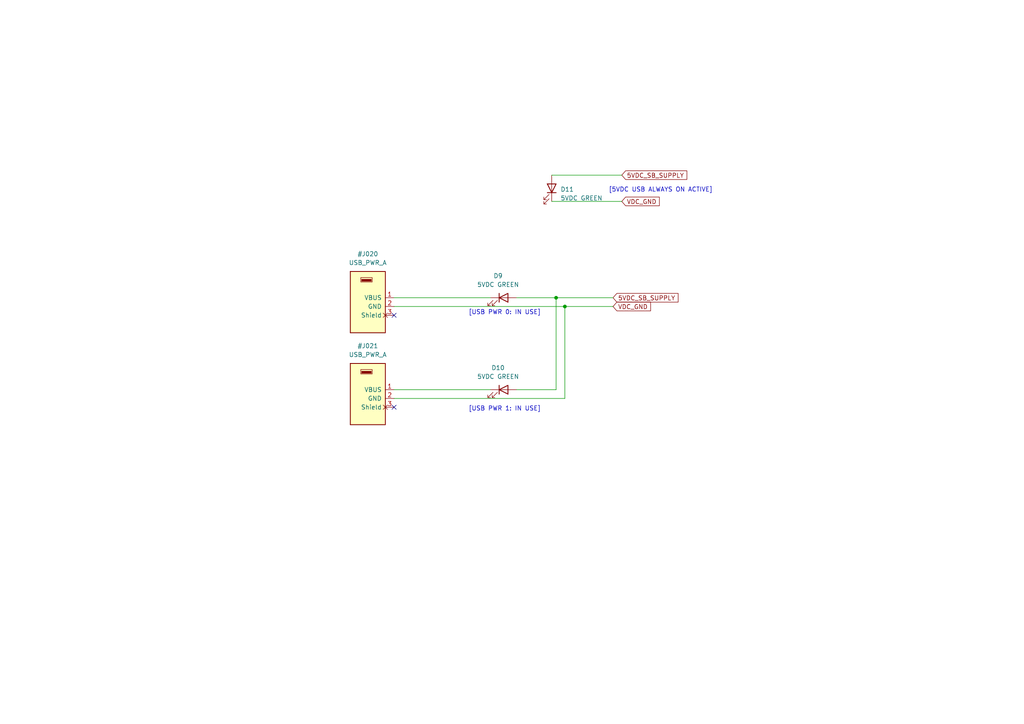
<source format=kicad_sch>
(kicad_sch (version 20211123) (generator eeschema)
  (paper "A4")
  (lib_symbols
    (symbol "Device:LED" (pin_numbers hide) (pin_names (offset 1.016) hide)
      (property "Reference" "D" (at 0 2.54 0))
      (property "Value" "LED" (at 0 -2.54 0))
      (symbol "LED_0_1"
        (polyline (pts (xy -1.27 -1.27) (xy -1.27 1.27)) (stroke (width 0.254)))
        (polyline (pts (xy -1.27 0) (xy 1.27 0)))
        (polyline (pts (xy 1.27 -1.27) (xy 1.27 1.27) (xy -1.27 0) (xy 1.27 -1.27)) (stroke (width 0.254)))
        (polyline (pts (xy -3.048 -0.762) (xy -4.572 -2.286) (xy -3.81 -2.286) (xy -4.572 -2.286) (xy -4.572 -1.524)))
        (polyline (pts (xy -1.778 -0.762) (xy -3.302 -2.286) (xy -2.54 -2.286) (xy -3.302 -2.286) (xy -3.302 -1.524)))
      )
      (symbol "LED_1_1"
        (pin passive line (at -3.81 0 0) (length 2.54) (name "K") (number "1"))
        (pin passive line (at 3.81 0 180) (length 2.54) (name "A") (number "2"))
      )
    )
    (symbol "bvm-library:USB_PWR_A" (power) (pin_names (offset 1.016)) (in_bom no) (on_board no)
      (property "Reference" "J?" (at 0 12.7 0))
      (property "Value" "USB_PWR_A" (at 0 10.16 0))
      (symbol "USB_PWR_A_0_1"
        (rectangle (start -5.08 7.62) (end 5.08 -10.16) (stroke (width 0.254)) (fill (type background)))
        (rectangle (start 1.016 4.826) (end -1.778 5.334) (fill (type outline)))
        (rectangle (start 1.27 4.572) (end -2.032 5.842))
      )
      (symbol "USB_PWR_A_1_1"
        (pin power_out line (at 7.62 0 180) (length 2.54) (name "VBUS") (number "1"))
        (pin power_in line (at 7.62 -2.54 180) (length 2.54) (name "GND") (number "2"))
        (pin passive non_logic (at 7.62 -5.08 180) (length 2.54) (name "Shield") (number "3"))
      )
    )
  )
  (junction (at 163.83 88.9))
  (junction (at 161.29 86.36))
  (no_connect (at 114.3 118.11))
  (no_connect (at 114.3 91.44))
  (wire (pts (xy 161.29 86.36) (xy 177.8 86.36)))
  (wire (pts (xy 114.3 113.03) (xy 142.24 113.03)))
  (wire (pts (xy 149.86 86.36) (xy 161.29 86.36)))
  (wire (pts (xy 160.02 58.42) (xy 180.34 58.42)))
  (wire (pts (xy 163.83 115.57) (xy 163.83 88.9)))
  (wire (pts (xy 114.3 86.36) (xy 142.24 86.36)))
  (wire (pts (xy 114.3 88.9) (xy 163.83 88.9)))
  (wire (pts (xy 161.29 113.03) (xy 161.29 86.36)))
  (wire (pts (xy 114.3 115.57) (xy 163.83 115.57)))
  (wire (pts (xy 160.02 50.8) (xy 180.34 50.8)))
  (wire (pts (xy 149.86 113.03) (xy 161.29 113.03)))
  (wire (pts (xy 163.83 88.9) (xy 177.8 88.9)))
  (text "[USB PWR 1: IN USE]" (at 135.89 119.38 0) (effects (font (size 1.27 1.27)) (justify left bottom)))
  (text "[5VDC USB ALWAYS ON ACTIVE]" (at 176.53 55.88 0) (effects (font (size 1.27 1.27)) (justify left bottom)))
  (text "[USB PWR 0: IN USE]" (at 135.89 91.44 0) (effects (font (size 1.27 1.27)) (justify left bottom)))
  (global_label "VDC_GND" (shape input) (at 180.34 58.42 0) (property "Intersheet References" "${INTERSHEET_REFS}" (at 191.2198 58.3406 0) (effects (justify left))))
  (global_label "5VDC_SB_SUPPLY" (shape input) (at 177.8 86.36 0) (property "Intersheet References" "${INTERSHEET_REFS}" (at 196.6626 86.2806 0) (effects (justify left))))
  (global_label "5VDC_SB_SUPPLY" (shape input) (at 180.34 50.8 0) (property "Intersheet References" "${INTERSHEET_REFS}" (at 199.2026 50.7206 0) (effects (justify left))))
  (global_label "VDC_GND" (shape input) (at 177.8 88.9 0) (property "Intersheet References" "${INTERSHEET_REFS}" (at 188.6798 88.8206 0) (effects (justify left))))
  (symbol (lib_id "Device:LED") (at 160.02 54.61 270) (mirror x) (unit 1)
    (property "Reference" "D11" (at 162.56 54.9274 90) (effects (justify left)))
    (property "Value" "5VDC GREEN" (at 162.56 57.4674 90) (effects (justify left)))
  )
  (symbol (lib_id "Device:LED") (at 146.05 86.36 0) (unit 1)
    (property "Reference" "D9" (at 144.4625 80.01 0))
    (property "Value" "5VDC GREEN" (at 144.4625 82.55 0))
  )
  (symbol (lib_id "bvm-library:USB_PWR_A") (at 106.68 86.36 0) (unit 1) (in_bom no) (on_board no)
    (property "Reference" "#J020" (at 106.68 73.66 0))
    (property "Value" "USB_PWR_A" (at 106.68 76.2 0))
  )
  (symbol (lib_id "bvm-library:USB_PWR_A") (at 106.68 113.03 0) (unit 1) (in_bom no) (on_board no)
    (property "Reference" "#J021" (at 106.68 100.33 0))
    (property "Value" "USB_PWR_A" (at 106.68 102.87 0))
  )
  (symbol (lib_id "Device:LED") (at 146.05 113.03 0) (unit 1)
    (property "Reference" "D10" (at 144.4625 106.68 0))
    (property "Value" "5VDC GREEN" (at 144.4625 109.22 0))
  )
)
</source>
